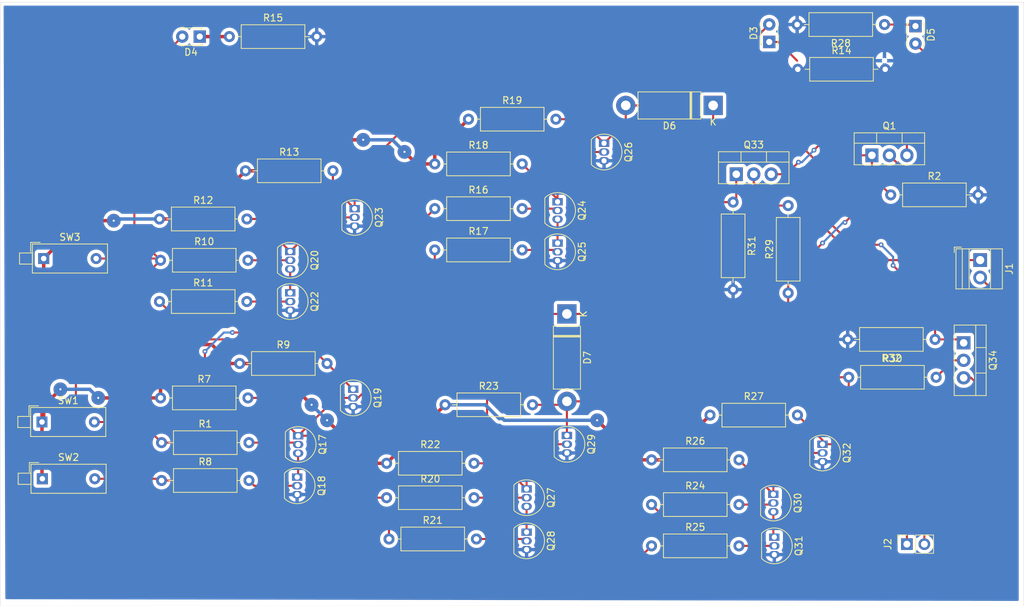
<source format=kicad_pcb>
(kicad_pcb (version 20240108) (generator "pcbnew") (generator_version "8.0")
  (layers (0 "F.Cu" signal) (31 "B.Cu" signal) (34 "B.Paste" user) (35 "F.Paste" user) (36 "B.SilkS" user "B.Silkscreen") (37 "F.SilkS" user "F.Silkscreen") (38 "B.Mask" user) (39 "F.Mask" user) (44 "Edge.Cuts" user))
  (net 0 "")
  (net 1 "VCC")
  (net 2 "GND")
  (net 3 "/SIGNAL_NOT_ALLOWED")
  (net 4 "Net-(D3-K)")
  (net 5 "/SIGNAL_POWER_BUTTON")
  (net 6 "Net-(D4-K)")
  (net 7 "Net-(D5-A)")
  (net 8 "Net-(D5-K)")
  (net 9 "/SIGNAL_MEASURING_AMPS")
  (net 10 "Net-(D6-K)")
  (net 11 "/SIGNAL_MEASURING_VOLTS")
  (net 12 "/NAND_OUTPUT")
  (net 13 "Net-(Q17-E)")
  (net 14 "Net-(Q17-B)")
  (net 15 "Net-(Q18-B)")
  (net 16 "/SIGNAL_DUAL-METER")
  (net 17 "Net-(Q20-B)")
  (net 18 "Net-(Q20-C)")
  (net 19 "Net-(Q20-E)")
  (net 20 "Net-(Q22-B)")
  (net 21 "Net-(Q24-E)")
  (net 22 "Net-(Q24-B)")
  (net 23 "Net-(Q24-C)")
  (net 24 "Net-(Q25-B)")
  (net 25 "Net-(Q27-C)")
  (net 26 "Net-(Q27-E)")
  (net 27 "Net-(Q27-B)")
  (net 28 "Net-(Q28-B)")
  (net 29 "Net-(Q30-E)")
  (net 30 "Net-(Q30-B)")
  (net 31 "Net-(Q30-C)")
  (net 32 "Net-(Q31-B)")
  (net 33 "Net-(Q33-D)")
  (net 34 "Net-(Q34-D)")
  (net 35 "/INPUT_NEGATIVE")
  (net 36 "/SIGNAL_AMMETER")
  (net 37 "/SIGNAL_VOLTMETER")
  (net 38 "/INPUT_POSITIVE")
  (net 39 "Net-(J1-Pin_1)")
  (footprint "Resistor_THT:R_Axial_DIN0309_L9.0mm_D3.2mm_P12.70mm_Horizontal" (layer "F.Cu") (at 163.3 88.5)
    (property "Reference" "R30" (at 6.35 -2.72 0) (layer "F.SilkS"))
    (property "Value" "1_Ohm")
    (pad "1" thru_hole circle (at 0 0) (size 1.6 1.6) (drill 0.8) (layers "*.Cu" "*.Mask") (net 38 "/INPUT_POSITIVE"))
    (pad "2" thru_hole oval (at 12.7 0) (size 1.6 1.6) (drill 0.8) (layers "*.Cu" "*.Mask") (net 34 "Net-(Q34-D)"))
  )
  (footprint "Package_TO_SOT_THT:TO-220-3_Vertical" (layer "F.Cu") (at 146.96 59)
    (property "Reference" "Q33" (at 2.54 -4.27 0) (layer "F.SilkS"))
    (property "Value" "IRLZ44N")
    (pad "1" thru_hole rect (at 0 0) (size 1.905 2) (drill 1.1) (layers "*.Cu" "*.Mask") (net 11 "/SIGNAL_MEASURING_VOLTS"))
    (pad "2" thru_hole oval (at 2.54 0) (size 1.905 2) (drill 1.1) (layers "*.Cu" "*.Mask") (net 33 "Net-(Q33-D)"))
    (pad "3" thru_hole oval (at 5.08 0) (size 1.905 2) (drill 1.1) (layers "*.Cu" "*.Mask") (net 39 "Net-(J1-Pin_1)"))
  )
  (footprint "Package_TO_SOT_THT:TO-92_Inline" (layer "F.Cu") (at 116.49 104.73 -90)
    (property "Reference" "Q27" (at 1.27 -3.56 90) (layer "F.SilkS"))
    (property "Value" "BC547")
    (pad "1" thru_hole rect (at 0 0 270) (size 1.05 1.5) (drill 0.75) (layers "*.Cu" "*.Mask") (net 25 "Net-(Q27-C)"))
    (pad "2" thru_hole oval (at 1.27 0 270) (size 1.05 1.5) (drill 0.75) (layers "*.Cu" "*.Mask") (net 27 "Net-(Q27-B)"))
    (pad "3" thru_hole oval (at 2.54 0 270) (size 1.05 1.5) (drill 0.75) (layers "*.Cu" "*.Mask") (net 26 "Net-(Q27-E)"))
  )
  (footprint "Resistor_THT:R_Axial_DIN0309_L9.0mm_D3.2mm_P12.70mm_Horizontal" (layer "F.Cu") (at 146.5 63.055 -90)
    (property "Reference" "R31" (at 6.35 -2.72 90) (layer "F.SilkS"))
    (property "Value" "5K")
    (pad "1" thru_hole circle (at 0 0 270) (size 1.6 1.6) (drill 0.8) (layers "*.Cu" "*.Mask") (net 11 "/SIGNAL_MEASURING_VOLTS"))
    (pad "2" thru_hole oval (at 12.7 0 270) (size 1.6 1.6) (drill 0.8) (layers "*.Cu" "*.Mask") (net 2 "GND"))
  )
  (footprint "Resistor_THT:R_Axial_DIN0309_L9.0mm_D3.2mm_P12.70mm_Horizontal" (layer "F.Cu") (at 96.5 112)
    (property "Reference" "R21" (at 6.35 -2.72 0) (layer "F.SilkS"))
    (property "Value" "10K")
    (pad "1" thru_hole circle (at 0 0) (size 1.6 1.6) (drill 0.8) (layers "*.Cu" "*.Mask") (net 12 "/NAND_OUTPUT"))
    (pad "2" thru_hole oval (at 12.7 0) (size 1.6 1.6) (drill 0.8) (layers "*.Cu" "*.Mask") (net 28 "Net-(Q28-B)"))
  )
  (footprint "TerminalBlock:TerminalBlock_Xinya_XY308-2.54-2P_1x02_P2.54mm_Horizontal" (layer "F.Cu") (at 182.4 71.475 -90)
    (property "Reference" "J1" (at 1.27 -4.22 90) (layer "F.SilkS"))
    (property "Value" "Screw_Terminal_01x02")
    (pad "1" thru_hole rect (at 0 0 270) (size 2 2) (drill 1.2) (layers "*.Cu" "*.Mask") (net 39 "Net-(J1-Pin_1)"))
    (pad "2" thru_hole circle (at 2.54 0 270) (size 2 2) (drill 1.2) (layers "*.Cu" "*.Mask") (net 35 "/INPUT_NEGATIVE"))
  )
  (footprint "Resistor_THT:R_Axial_DIN0309_L9.0mm_D3.2mm_P12.70mm_Horizontal" (layer "F.Cu") (at 134.65 113)
    (property "Reference" "R25" (at 6.35 -2.72 0) (layer "F.SilkS"))
    (property "Value" "10K")
    (pad "1" thru_hole circle (at 0 0) (size 1.6 1.6) (drill 0.8) (layers "*.Cu" "*.Mask") (net 10 "Net-(D6-K)"))
    (pad "2" thru_hole oval (at 12.7 0) (size 1.6 1.6) (drill 0.8) (layers "*.Cu" "*.Mask") (net 32 "Net-(Q31-B)"))
  )
  (footprint "Package_TO_SOT_THT:TO-92_Inline" (layer "F.Cu") (at 122.35 96.96 -90)
    (property "Reference" "Q29" (at 1.27 -3.56 90) (layer "F.SilkS"))
    (property "Value" "BC547")
    (pad "1" thru_hole rect (at 0 0 270) (size 1.05 1.5) (drill 0.75) (layers "*.Cu" "*.Mask") (net 11 "/SIGNAL_MEASURING_VOLTS"))
    (pad "2" thru_hole oval (at 1.27 0 270) (size 1.05 1.5) (drill 0.75) (layers "*.Cu" "*.Mask") (net 25 "Net-(Q27-C)"))
    (pad "3" thru_hole oval (at 2.54 0 270) (size 1.05 1.5) (drill 0.75) (layers "*.Cu" "*.Mask") (net 2 "GND"))
  )
  (footprint "Resistor_THT:R_Axial_DIN0309_L9.0mm_D3.2mm_P12.70mm_Horizontal" (layer "F.Cu") (at 103.15 57.5)
    (property "Reference" "R18" (at 6.35 -2.72 0) (layer "F.SilkS"))
    (property "Value" "1K")
    (pad "1" thru_hole circle (at 0 0) (size 1.6 1.6) (drill 0.8) (layers "*.Cu" "*.Mask") (net 1 "VCC"))
    (pad "2" thru_hole oval (at 12.7 0) (size 1.6 1.6) (drill 0.8) (layers "*.Cu" "*.Mask") (net 23 "Net-(Q24-C)"))
  )
  (footprint "Package_TO_SOT_THT:TO-220-3_Vertical" (layer "F.Cu") (at 180 83.5 -90)
    (property "Reference" "Q34" (at 2.54 -4.27 90) (layer "F.SilkS"))
    (property "Value" "IRLZ44N")
    (pad "1" thru_hole rect (at 0 0 270) (size 1.905 2) (drill 1.1) (layers "*.Cu" "*.Mask") (net 9 "/SIGNAL_MEASURING_AMPS"))
    (pad "2" thru_hole oval (at 2.54 0 270) (size 1.905 2) (drill 1.1) (layers "*.Cu" "*.Mask") (net 34 "Net-(Q34-D)"))
    (pad "3" thru_hole oval (at 5.08 0 270) (size 1.905 2) (drill 1.1) (layers "*.Cu" "*.Mask") (net 35 "/INPUT_NEGATIVE"))
  )
  (footprint "Package_TO_SOT_THT:TO-92_Inline" (layer "F.Cu") (at 83.29 97 -90)
    (property "Reference" "Q17" (at 1.27 -3.56 90) (layer "F.SilkS"))
    (property "Value" "BC547")
    (pad "1" thru_hole rect (at 0 0 270) (size 1.05 1.5) (drill 0.75) (layers "*.Cu" "*.Mask") (net 12 "/NAND_OUTPUT"))
    (pad "2" thru_hole oval (at 1.27 0 270) (size 1.05 1.5) (drill 0.75) (layers "*.Cu" "*.Mask") (net 14 "Net-(Q17-B)"))
    (pad "3" thru_hole oval (at 2.54 0 270) (size 1.05 1.5) (drill 0.75) (layers "*.Cu" "*.Mask") (net 13 "Net-(Q17-E)"))
  )
  (footprint "Resistor_THT:R_Axial_DIN0309_L9.0mm_D3.2mm_P12.70mm_Horizontal" (layer "F.Cu") (at 168.5 37.25 180)
    (property "Reference" "R28" (at 6.35 -2.72 0) (layer "F.SilkS"))
    (property "Value" "1K")
    (pad "1" thru_hole circle (at 0 0 180) (size 1.6 1.6) (drill 0.8) (layers "*.Cu" "*.Mask") (net 8 "Net-(D5-K)"))
    (pad "2" thru_hole oval (at 12.7 0 180) (size 1.6 1.6) (drill 0.8) (layers "*.Cu" "*.Mask") (net 2 "GND"))
  )
  (footprint "Package_TO_SOT_THT:TO-92_Inline" (layer "F.Cu") (at 127.75 54.5 -90)
    (property "Reference" "Q26" (at 1.27 -3.56 90) (layer "F.SilkS"))
    (property "Value" "BC547")
    (pad "1" thru_hole rect (at 0 0 270) (size 1.05 1.5) (drill 0.75) (layers "*.Cu" "*.Mask") (net 9 "/SIGNAL_MEASURING_AMPS"))
    (pad "2" thru_hole oval (at 1.27 0 270) (size 1.05 1.5) (drill 0.75) (layers "*.Cu" "*.Mask") (net 23 "Net-(Q24-C)"))
    (pad "3" thru_hole oval (at 2.54 0 270) (size 1.05 1.5) (drill 0.75) (layers "*.Cu" "*.Mask") (net 2 "GND"))
  )
  (footprint "Connector_PinSocket_2.54mm:PinSocket_1x02_P2.54mm_Vertical" (layer "F.Cu") (at 171.75 112.75 90)
    (property "Reference" "J2" (at 0 -2.77 90) (layer "F.SilkS"))
    (property "Value" "Conn_01x02_Socket")
    (pad "1" thru_hole rect (at 0 0 90) (size 1.7 1.7) (drill 1) (layers "*.Cu" "*.Mask") (net 38 "/INPUT_POSITIVE"))
    (pad "2" thru_hole oval (at 0 2.54 90) (size 1.7 1.7) (drill 1) (layers "*.Cu" "*.Mask") (net 35 "/INPUT_NEGATIVE"))
  )
  (footprint "Package_TO_SOT_THT:TO-220-3_Vertical" (layer "F.Cu") (at 166.67 56.25)
    (property "Reference" "Q1" (at 2.54 -4.27 0) (layer "F.SilkS"))
    (property "Value" "IRLZ44N")
    (pad "1" thru_hole rect (at 0 0) (size 1.905 2) (drill 1.1) (layers "*.Cu" "*.Mask") (net 9 "/SIGNAL_MEASURING_AMPS"))
    (pad "2" thru_hole oval (at 2.54 0) (size 1.905 2) (drill 1.1) (layers "*.Cu" "*.Mask") (net 38 "/INPUT_POSITIVE"))
    (pad "3" thru_hole oval (at 5.08 0) (size 1.905 2) (drill 1.1) (layers "*.Cu" "*.Mask") (net 39 "Net-(J1-Pin_1)"))
  )
  (footprint "Diode_THT:D_5W_P12.70mm_Horizontal" (layer "F.Cu") (at 143.6 49 180)
    (property "Reference" "D6" (at 6.35 -2.97 0) (layer "F.SilkS"))
    (property "Value" "1N4148WT")
    (fp_text user "K" (at 0 -2.4 0) (layer "F.SilkS"))
    (pad "1" thru_hole rect (at 0 0 180) (size 2.8 2.8) (drill 1.4) (layers "*.Cu" "*.Mask") (net 10 "Net-(D6-K)"))
    (pad "2" thru_hole oval (at 12.7 0 180) (size 2.8 2.8) (drill 1.4) (layers "*.Cu" "*.Mask") (net 9 "/SIGNAL_MEASURING_AMPS"))
  )
  (footprint "Package_TO_SOT_THT:TO-92_Inline" (layer "F.Cu") (at 120.99 63 -90)
    (property "Reference" "Q24" (at 1.27 -3.56 90) (layer "F.SilkS"))
    (property "Value" "BC547")
    (pad "1" thru_hole rect (at 0 0 270) (size 1.05 1.5) (drill 0.75) (layers "*.Cu" "*.Mask") (net 23 "Net-(Q24-C)"))
    (pad "2" thru_hole oval (at 1.27 0 270) (size 1.05 1.5) (drill 0.75) (layers "*.Cu" "*.Mask") (net 22 "Net-(Q24-B)"))
    (pad "3" thru_hole oval (at 2.54 0 270) (size 1.05 1.5) (drill 0.75) (layers "*.Cu" "*.Mask") (net 21 "Net-(Q24-E)"))
  )
  (footprint "Package_TO_SOT_THT:TO-92_Inline" (layer "F.Cu") (at 152.49 111.73 -90)
    (property "Reference" "Q31" (at 1.27 -3.56 90) (layer "F.SilkS"))
    (property "Value" "BC547")
    (pad "1" thru_hole rect (at 0 0 270) (size 1.05 1.5) (drill 0.75) (layers "*.Cu" "*.Mask") (net 29 "Net-(Q30-E)"))
    (pad "2" thru_hole oval (at 1.27 0 270) (size 1.05 1.5) (drill 0.75) (layers "*.Cu" "*.Mask") (net 32 "Net-(Q31-B)"))
    (pad "3" thru_hole oval (at 2.54 0 270) (size 1.05 1.5) (drill 0.75) (layers "*.Cu" "*.Mask") (net 2 "GND"))
  )
  (footprint "Package_TO_SOT_THT:TO-92_Inline" (layer "F.Cu") (at 120.99 69 -90)
    (property "Reference" "Q25" (at 1.27 -3.56 90) (layer "F.SilkS"))
    (property "Value" "BC547")
    (pad "1" thru_hole rect (at 0 0 270) (size 1.05 1.5) (drill 0.75) (layers "*.Cu" "*.Mask") (net 21 "Net-(Q24-E)"))
    (pad "2" thru_hole oval (at 1.27 0 270) (size 1.05 1.5) (drill 0.75) (layers "*.Cu" "*.Mask") (net 24 "Net-(Q25-B)"))
    (pad "3" thru_hole oval (at 2.54 0 270) (size 1.05 1.5) (drill 0.75) (layers "*.Cu" "*.Mask") (net 2 "GND"))
  )
  (footprint "Package_TO_SOT_THT:TO-92_Inline" (layer "F.Cu") (at 82.14 70.23 -90)
    (property "Reference" "Q20" (at 1.27 -3.56 90) (layer "F.SilkS"))
    (property "Value" "BC547")
    (pad "1" thru_hole rect (at 0 0 270) (size 1.05 1.5) (drill 0.75) (layers "*.Cu" "*.Mask") (net 18 "Net-(Q20-C)"))
    (pad "2" thru_hole oval (at 1.27 0 270) (size 1.05 1.5) (drill 0.75) (layers "*.Cu" "*.Mask") (net 17 "Net-(Q20-B)"))
    (pad "3" thru_hole oval (at 2.54 0 270) (size 1.05 1.5) (drill 0.75) (layers "*.Cu" "*.Mask") (net 19 "Net-(Q20-E)"))
  )
  (footprint "Resistor_THT:R_Axial_DIN0309_L9.0mm_D3.2mm_P12.70mm_Horizontal" (layer "F.Cu") (at 63.15 77.5)
    (property "Reference" "R11" (at 6.35 -2.72 0) (layer "F.SilkS"))
    (property "Value" "10K")
    (pad "1" thru_hole circle (at 0 0) (size 1.6 1.6) (drill 0.8) (layers "*.Cu" "*.Mask") (net 16 "/SIGNAL_DUAL-METER"))
    (pad "2" thru_hole oval (at 12.7 0) (size 1.6 1.6) (drill 0.8) (layers "*.Cu" "*.Mask") (net 20 "Net-(Q22-B)"))
  )
  (footprint "Package_TO_SOT_THT:TO-92_Inline" (layer "F.Cu") (at 91.29 90.23 -90)
    (property "Reference" "Q19" (at 1.27 -3.56 90) (layer "F.SilkS"))
    (property "Value" "BC547")
    (pad "1" thru_hole rect (at 0 0 270) (size 1.05 1.5) (drill 0.75) (layers "*.Cu" "*.Mask") (net 16 "/SIGNAL_DUAL-METER"))
    (pad "2" thru_hole oval (at 1.27 0 270) (size 1.05 1.5) (drill 0.75) (layers "*.Cu" "*.Mask") (net 12 "/NAND_OUTPUT"))
    (pad "3" thru_hole oval (at 2.54 0 270) (size 1.05 1.5) (drill 0.75) (layers "*.Cu" "*.Mask") (net 2 "GND"))
  )
  (footprint "Resistor_THT:R_Axial_DIN0309_L9.0mm_D3.2mm_P12.70mm_Horizontal" (layer "F.Cu") (at 75.65 58.5)
    (property "Reference" "R13" (at 6.35 -2.72 0) (layer "F.SilkS"))
    (property "Value" "1K")
    (pad "1" thru_hole circle (at 0 0) (size 1.6 1.6) (drill 0.8) (layers "*.Cu" "*.Mask") (net 1 "VCC"))
    (pad "2" thru_hole oval (at 12.7 0) (size 1.6 1.6) (drill 0.8) (layers "*.Cu" "*.Mask") (net 3 "/SIGNAL_NOT_ALLOWED"))
  )
  (footprint "Resistor_THT:R_Axial_DIN0309_L9.0mm_D3.2mm_P12.70mm_Horizontal" (layer "F.Cu") (at 104.65 92.5)
    (property "Reference" "R23" (at 6.35 -2.72 0) (layer "F.SilkS"))
    (property "Value" "1K")
    (pad "1" thru_hole circle (at 0 0) (size 1.6 1.6) (drill 0.8) (layers "*.Cu" "*.Mask") (net 1 "VCC"))
    (pad "2" thru_hole oval (at 12.7 0) (size 1.6 1.6) (drill 0.8) (layers "*.Cu" "*.Mask") (net 11 "/SIGNAL_MEASURING_VOLTS"))
  )
  (footprint "Resistor_THT:R_Axial_DIN0309_L9.0mm_D3.2mm_P12.70mm_Horizontal" (layer "F.Cu") (at 63.15 65.5)
    (property "Reference" "R12" (at 6.35 -2.72 0) (layer "F.SilkS"))
    (property "Value" "1K")
    (pad "1" thru_hole circle (at 0 0) (size 1.6 1.6) (drill 0.8) (layers "*.Cu" "*.Mask") (net 1 "VCC"))
    (pad "2" thru_hole oval (at 12.7 0) (size 1.6 1.6) (drill 0.8) (layers "*.Cu" "*.Mask") (net 18 "Net-(Q20-C)"))
  )
  (footprint "Package_TO_SOT_THT:TO-92_Inline" (layer "F.Cu") (at 152.35 105.5 -90)
    (property "Reference" "Q30" (at 1.27 -3.56 90) (layer "F.SilkS"))
    (property "Value" "BC547")
    (pad "1" thru_hole rect (at 0 0 270) (size 1.05 1.5) (drill 0.75) (layers "*.Cu" "*.Mask") (net 31 "Net-(Q30-C)"))
    (pad "2" thru_hole oval (at 1.27 0 270) (size 1.05 1.5) (drill 0.75) (layers "*.Cu" "*.Mask") (net 30 "Net-(Q30-B)"))
    (pad "3" thru_hole oval (at 2.54 0 270) (size 1.05 1.5) (drill 0.75) (layers "*.Cu" "*.Mask") (net 29 "Net-(Q30-E)"))
  )
  (footprint "Package_TO_SOT_THT:TO-92_Inline" (layer "F.Cu") (at 83.15 103 -90)
    (property "Reference" "Q18" (at 1.27 -3.56 90) (layer "F.SilkS"))
    (property "Value" "BC547")
    (pad "1" thru_hole rect (at 0 0 270) (size 1.05 1.5) (drill 0.75) (layers "*.Cu" "*.Mask") (net 13 "Net-(Q17-E)"))
    (pad "2" thru_hole oval (at 1.27 0 270) (size 1.05 1.5) (drill 0.75) (layers "*.Cu" "*.Mask") (net 15 "Net-(Q18-B)"))
    (pad "3" thru_hole oval (at 2.54 0 270) (size 1.05 1.5) (drill 0.75) (layers "*.Cu" "*.Mask") (net 2 "GND"))
  )
  (footprint "Resistor_THT:R_Axial_DIN0309_L9.0mm_D3.2mm_P12.70mm_Horizontal" (layer "F.Cu") (at 103.15 64)
    (property "Reference" "R16" (at 6.35 -2.72 0) (layer "F.SilkS"))
    (property "Value" "10K")
    (pad "1" thru_hole circle (at 0 0) (size 1.6 1.6) (drill 0.8) (layers "*.Cu" "*.Mask") (net 36 "/SIGNAL_AMMETER"))
    (pad "2" thru_hole oval (at 12.7 0) (size 1.6 1.6) (drill 0.8) (layers "*.Cu" "*.Mask") (net 22 "Net-(Q24-B)"))
  )
  (footprint "Resistor_THT:R_Axial_DIN0309_L9.0mm_D3.2mm_P12.70mm_Horizontal" (layer "F.Cu") (at 134.65 100.5)
    (property "Reference" "R26" (at 6.35 -2.72 0) (layer "F.SilkS"))
    (property "Value" "1K")
    (pad "1" thru_hole circle (at 0 0) (size 1.6 1.6) (drill 0.8) (layers "*.Cu" "*.Mask") (net 1 "VCC"))
    (pad "2" thru_hole oval (at 12.7 0) (size 1.6 1.6) (drill 0.8) (layers "*.Cu" "*.Mask") (net 31 "Net-(Q30-C)"))
  )
  (footprint "Package_TO_SOT_THT:TO-92_Inline" (layer "F.Cu") (at 82.14 76.23 -90)
    (property "Reference" "Q22" (at 1.27 -3.56 90) (layer "F.SilkS"))
    (property "Value" "BC547")
    (pad "1" thru_hole rect (at 0 0 270) (size 1.05 1.5) (drill 0.75) (layers "*.Cu" "*.Mask") (net 19 "Net-(Q20-E)"))
    (pad "2" thru_hole oval (at 1.27 0 270) (size 1.05 1.5) (drill 0.75) (layers "*.Cu" "*.Mask") (net 20 "Net-(Q22-B)"))
    (pad "3" thru_hole oval (at 2.54 0 270) (size 1.05 1.5) (drill 0.75) (layers "*.Cu" "*.Mask") (net 2 "GND"))
  )
  (footprint "Resistor_THT:R_Axial_DIN0309_L9.0mm_D3.2mm_P12.70mm_Horizontal" (layer "F.Cu") (at 63.3 71.5)
    (property "Reference" "R10" (at 6.35 -2.72 0) (layer "F.SilkS"))
    (property "Value" "10K")
    (pad "1" thru_hole circle (at 0 0) (size 1.6 1.6) (drill 0.8) (layers "*.Cu" "*.Mask") (net 5 "/SIGNAL_POWER_BUTTON"))
    (pad "2" thru_hole oval (at 12.7 0) (size 1.6 1.6) (drill 0.8) (layers "*.Cu" "*.Mask") (net 17 "Net-(Q20-B)"))
  )
  (footprint "Resistor_THT:R_Axial_DIN0309_L9.0mm_D3.2mm_P12.70mm_Horizontal" (layer "F.Cu") (at 169.4 62)
    (property "Reference" "R2" (at 6.35 -2.72 0) (layer "F.SilkS"))
    (property "Value" "5K")
    (pad "1" thru_hole circle (at 0 0) (size 1.6 1.6) (drill 0.8) (layers "*.Cu" "*.Mask") (net 9 "/SIGNAL_MEASURING_AMPS"))
    (pad "2" thru_hole oval (at 12.7 0) (size 1.6 1.6) (drill 0.8) (layers "*.Cu" "*.Mask") (net 2 "GND"))
  )
  (footprint "Resistor_THT:R_Axial_DIN0309_L9.0mm_D3.2mm_P12.70mm_Horizontal" (layer "F.Cu") (at 134.65 107)
    (property "Reference" "R24" (at 6.35 -2.72 0) (layer "F.SilkS"))
    (property "Value" "10K")
    (pad "1" thru_hole circle (at 0 0) (size 1.6 1.6) (drill 0.8) (layers "*.Cu" "*.Mask") (net 5 "/SIGNAL_POWER_BUTTON"))
    (pad "2" thru_hole oval (at 12.7 0) (size 1.6 1.6) (drill 0.8) (layers "*.Cu" "*.Mask") (net 30 "Net-(Q30-B)"))
  )
  (footprint "Resistor_THT:R_Axial_DIN0309_L9.0mm_D3.2mm_P12.70mm_Horizontal" (layer "F.Cu") (at 63.45 103.5)
    (property "Reference" "R8" (at 6.35 -2.72 0) (layer "F.SilkS"))
    (property "Value" "10K")
    (pad "1" thru_hole circle (at 0 0) (size 1.6 1.6) (drill 0.8) (layers "*.Cu" "*.Mask") (net 37 "/SIGNAL_VOLTMETER"))
    (pad "2" thru_hole oval (at 12.7 0) (size 1.6 1.6) (drill 0.8) (layers "*.Cu" "*.Mask") (net 15 "Net-(Q18-B)"))
  )
  (footprint "Package_TO_SOT_THT:TO-92_Inline" (layer "F.Cu") (at 116.49 111 -90)
    (property "Reference" "Q28" (at 1.27 -3.56 90) (layer "F.SilkS"))
    (property "Value" "BC547")
    (pad "1" thru_hole rect (at 0 0 270) (size 1.05 1.5) (drill 0.75) (layers "*.Cu" "*.Mask") (net 26 "Net-(Q27-E)"))
    (pad "2" thru_hole oval (at 1.27 0 270) (size 1.05 1.5) (drill 0.75) (layers "*.Cu" "*.Mask") (net 28 "Net-(Q28-B)"))
    (pad "3" thru_hole oval (at 2.54 0 270) (size 1.05 1.5) (drill 0.75) (layers "*.Cu" "*.Mask") (net 2 "GND"))
  )
  (footprint "Button_Switch_THT:SW_DIP_SPSTx01_Piano_10.8x4.1mm_W7.62mm_P2.54mm" (layer "F.Cu") (at 46.325 71.25)
    (property "Reference" "SW3" (at 3.81 -3.11 0) (layer "F.SilkS"))
    (property "Value" "SW_DPST_x2")
    (pad "1" thru_hole rect (at 0 0) (size 1.6 1.6) (drill 0.8) (layers "*.Cu" "*.Mask") (net 1 "VCC"))
    (pad "2" thru_hole oval (at 7.62 0) (size 1.6 1.6) (drill 0.8) (layers "*.Cu" "*.Mask") (net 5 "/SIGNAL_POWER_BUTTON"))
  )
  (footprint "Resistor_THT:R_Axial_DIN0309_L9.0mm_D3.2mm_P12.70mm_Horizontal" (layer "F.Cu") (at 96.15 101)
    (property "Reference" "R22" (at 6.35 -2.72 0) (layer "F.SilkS"))
    (property "Value" "1K")
    (pad "1" thru_hole circle (at 0 0) (size 1.6 1.6) (drill 0.8) (layers "*.Cu" "*.Mask") (net 1 "VCC"))
    (pad "2" thru_hole oval (at 12.7 0) (size 1.6 1.6) (drill 0.8) (layers "*.Cu" "*.Mask") (net 25 "Net-(Q27-C)"))
  )
  (footprint "LED_THT:LED_D1.8mm_W3.3mm_H2.4mm" (layer "F.Cu") (at 151.75 39.775 90)
    (property "Reference" "D3" (at 1.27 -2.26 90) (layer "F.SilkS"))
    (property "Value" "RED - LED")
    (pad "1" thru_hole rect (at 0 0 90) (size 1.8 1.8) (drill 0.9) (layers "*.Cu" "*.Mask") (net 4 "Net-(D3-K)"))
    (pad "2" thru_hole circle (at 2.54 0 90) (size 1.8 1.8) (drill 0.9) (layers "*.Cu" "*.Mask") (net 3 "/SIGNAL_NOT_ALLOWED"))
  )
  (footprint "Button_Switch_THT:SW_DIP_SPSTx01_Piano_10.8x4.1mm_W7.62mm_P2.54mm" (layer "F.Cu") (at 46.075 95)
    (property "Reference" "SW1" (at 3.81 -3.11 0) (layer "F.SilkS"))
    (property "Value" "SW_DPST_x2")
    (pad "1" thru_hole rect (at 0 0) (size 1.6 1.6) (drill 0.8) (layers "*.Cu" "*.Mask") (net 1 "VCC"))
    (pad "2" thru_hole oval (at 7.62 0) (size 1.6 1.6) (drill 0.8) (layers "*.Cu" "*.Mask") (net 36 "/SIGNAL_AMMETER"))
  )
  (footprint "Diode_THT:D_5W_P12.70mm_Horizontal" (layer "F.Cu") (at 122.35 79.3 -90)
    (property "Reference" "D7" (at 6.35 -2.97 90) (layer "F.SilkS"))
    (property "Value" "1N4148WT")
    (fp_text user "K" (at 0 -2.4 90) (layer "F.SilkS"))
    (pad "1" thru_hole rect (at 0 0 270) (size 2.8 2.8) (drill 1.4) (layers "*.Cu" "*.Mask") (net 10 "Net-(D6-K)"))
    (pad "2" thru_hole oval (at 12.7 0 270) (size 2.8 2.8) (drill 1.4) (layers "*.Cu" "*.Mask") (net 11 "/SIGNAL_MEASURING_VOLTS"))
  )
  (footprint "Resistor_THT:R_Axial_DIN0309_L9.0mm_D3.2mm_P12.70mm_Horizontal" (layer "F.Cu") (at 154.5 76.255 90)
    (property "Reference" "R29" (at 6.35 -2.72 90) (layer "F.SilkS"))
    (property "Value" "5K")
    (pad "1" thru_hole circle (at 0 0 90) (size 1.6 1.6) (drill 0.8) (layers "*.Cu" "*.Mask") (net 38 "/INPUT_POSITIVE"))
    (pad "2" thru_hole oval (at 12.7 0 90) (size 1.6 1.6) (drill 0.8) (layers "*.Cu" "*.Mask") (net 33 "Net-(Q33-D)"))
  )
  (footprint "Resistor_THT:R_Axial_DIN0309_L9.0mm_D3.2mm_P12.70mm_Horizontal" (layer "F.Cu") (at 143.15 94)
    (property "Reference" "R27" (at 6.35 -2.72 0) (layer "F.SilkS"))
    (property "Value" "1K")
    (pad "1" thru_hole circle (at 0 0) (size 1.6 1.6) (drill 0.8) (layers "*.Cu" "*.Mask") (net 1 "VCC"))
    (pad "2" thru_hole oval (at 12.7 0) (size 1.6 1.6) (drill 0.8) (layers "*.Cu" "*.Mask") (net 7 "Net-(D5-A)"))
  )
  (footprint "Resistor_THT:R_Axial_DIN0309_L9.0mm_D3.2mm_P12.70mm_Horizontal" (layer "F.Cu") (at 103.15 70)
    (property "Reference" "R17" (at 6.35 -2.72 0) (layer "F.SilkS"))
    (property "Value" "10K")
    (pad "1" thru_hole circle (at 0 0) (size 1.6 1.6) (drill 0.8) (layers "*.Cu" "*.Mask") (net 12 "/NAND_OUTPUT"))
    (pad "2" thru_hole oval (at 12.7 0) (size 1.6 1.6) (drill 0.8) (layers "*.Cu" "*.Mask") (net 24 "Net-(Q25-B)"))
  )
  (footprint "Resistor_THT:R_Axial_DIN0309_L9.0mm_D3.2mm_P12.70mm_Horizontal" (layer "F.Cu") (at 175.85 83 180)
    (property "Reference" "R32" (at 6.35 -2.72 0) (layer "F.SilkS"))
    (property "Value" "5K")
    (pad "1" thru_hole circle (at 0 0 180) (size 1.6 1.6) (drill 0.8) (layers "*.Cu" "*.Mask") (net 9 "/SIGNAL_MEASURING_AMPS"))
    (pad "2" thru_hole oval (at 12.7 0 180) (size 1.6 1.6) (drill 0.8) (layers "*.Cu" "*.Mask") (net 2 "GND"))
  )
  (footprint "Package_TO_SOT_THT:TO-92_Inline" (layer "F.Cu") (at 159.49 98.23 -90)
    (property "Reference" "Q32" (at 1.27 -3.56 90) (layer "F.SilkS"))
    (property "Value" "BC547")
    (pad "1" thru_hole rect (at 0 0 270) (size 1.05 1.5) (drill 0.75) (layers "*.Cu" "*.Mask") (net 7 "Net-(D5-A)"))
    (pad "2" thru_hole oval (at 1.27 0 270) (size 1.05 1.5) (drill 0.75) (layers "*.Cu" "*.Mask") (net 31 "Net-(Q30-C)"))
    (pad "3" thru_hole oval (at 2.54 0 270) (size 1.05 1.5) (drill 0.75) (layers "*.Cu" "*.Mask") (net 2 "GND"))
  )
  (footprint "Resistor_THT:R_Axial_DIN0309_L9.0mm_D3.2mm_P12.70mm_Horizontal" (layer "F.Cu") (at 96.15 106)
    (property "Reference" "R20" (at 6.35 -2.72 0) (layer "F.SilkS"))
    (property "Value" "10K")
    (pad "1" thru_hole circle (at 0 0) (size 1.6 1.6) (drill 0.8) (layers "*.Cu" "*.Mask") (net 37 "/SIGNAL_VOLTMETER"))
    (pad "2" thru_hole oval (at 12.7 0) (size 1.6 1.6) (drill 0.8) (layers "*.Cu" "*.Mask") (net 27 "Net-(Q27-B)"))
  )
  (footprint "Resistor_THT:R_Axial_DIN0309_L9.0mm_D3.2mm_P12.70mm_Horizontal" (layer "F.Cu") (at 63.45 98)
    (property "Reference" "R1" (at 6.35 -2.72 0) (layer "F.SilkS"))
    (property "Value" "10K")
    (pad "1" thru_hole circle (at 0 0) (size 1.6 1.6) (drill 0.8) (layers "*.Cu" "*.Mask") (net 36 "/SIGNAL_AMMETER"))
    (pad "2" thru_hole oval (at 12.7 0) (size 1.6 1.6) (drill 0.8) (layers "*.Cu" "*.Mask") (net 14 "Net-(Q17-B)"))
  )
  (footprint "LED_THT:LED_D1.8mm_W3.3mm_H2.4mm" (layer "F.Cu") (at 173 37.475 -90)
    (property "Reference" "D5" (at 1.27 -2.26 90) (layer "F.SilkS"))
    (property "Value" "WHITE- LED")
    (pad "1" thru_hole rect (at 0 0 270) (size 1.8 1.8) (drill 0.9) (layers "*.Cu" "*.Mask") (net 8 "Net-(D5-K)"))
    (pad "2" thru_hole circle (at 2.54 0 270) (size 1.8 1.8) (drill 0.9) (layers "*.Cu" "*.Mask") (net 7 "Net-(D5-A)"))
  )
  (footprint "Resistor_THT:R_Axial_DIN0309_L9.0mm_D3.2mm_P12.70mm_Horizontal" (layer "F.Cu") (at 74.8 86.5)
    (property "Reference" "R9" (at 6.35 -2.72 0) (layer "F.SilkS"))
    (property "Value" "1K")
    (pad "1" thru_hole circle (at 0 0) (size 1.6 1.6) (drill 0.8) (layers "*.Cu" "*.Mask") (net 1 "VCC"))
    (pad "2" thru_hole oval (at 12.7 0) (size 1.6 1.6) (drill 0.8) (layers "*.Cu" "*.Mask") (net 16 "/SIGNAL_DUAL-METER"))
  )
  (footprint "Button_Switch_THT:SW_DIP_SPSTx01_Piano_10.8x4.1mm_W7.62mm_P2.54mm" (layer "F.Cu") (at 46.13 103.25)
    (property "Reference" "SW2" (at 3.81 -3.11 0) (layer "F.SilkS"))
    (property "Value" "SW_DPST_x2")
    (pad "1" thru_hole rect (at 0 0) (size 1.6 1.6) (drill 0.8) (layers "*.Cu" "*.Mask") (net 1 "VCC"))
    (pad "2" thru_hole oval (at 7.62 0) (size 1.6 1.6) (drill 0.8) (layers "*.Cu" "*.Mask") (net 37 "/SIGNAL_VOLTMETER"))
  )
  (footprint "Resistor_THT:R_Axial_DIN0309_L9.0mm_D3.2mm_P12.70mm_Horizontal" (layer "F.Cu") (at 155.9 43.75)
    (property "Reference" "R14" (at 6.35 -2.72 0) (layer "F.SilkS"))
    (property "Value" "1K")
    (pad "1" thru_hole circle (at 0 0) (size 1.6 1.6) (drill 0.8) (layers "*.Cu" "*.Mask") (net 4 "Net-(D3-K)"))
    (pad "2" thru_hole oval (at 12.7 0) (size 1.6 1.6) (drill 0.8) (layers "*.Cu" "*.Mask") (net 2 "GND"))
  )
  (footprint "Resistor_THT:R_Axial_DIN0309_L9.0mm_D3.2mm_P12.70mm_Horizontal" (layer "F.Cu") (at 63.3 91.5)
    (property "Reference" "R7" (at 6.35 -2.72 0) (layer "F.SilkS"))
    (property "Value" "1K")
    (pad "1" thru_hole circle (at 0 0) (size 1.6 1.6) (drill 0.8) (layers "*.Cu" "*.Mask") (net 1 "VCC"))
    (pad "2" thru_hole oval (at 12.7 0) (size 1.6 1.6) (drill 0.8) (layers "*.Cu" "*.Mask") (net 12 "/NAND_OUTPUT"))
  )
  (footprint "Resistor_THT:R_Axial_DIN0309_L9.0mm_D3.2mm_P12.70mm_Horizontal" (layer "F.Cu") (at 108.05 51)
    (property "Reference" "R19" (at 6.35 -2.72 0) (layer "F.SilkS"))
    (property "Value" "1K")
    (pad "1" thru_hole circle (at 0 0) (size 1.6 1.6) (drill 0.8) (layers "*.Cu" "*.Mask") (net 1 "VCC"))
    (pad "2" thru_hole oval (at 12.7 0) (size 1.6 1.6) (drill 0.8) (layers "*.Cu" "*.Mask") (net 9 "/SIGNAL_MEASURING_AMPS"))
  )
  (footprint "LED_THT:LED_D1.8mm_W3.3mm_H2.4mm" (layer "F.Cu") (at 69 39 180)
    (property "Reference" "D4" (at 1.27 -2.26 0) (layer "F.SilkS"))
    (property "Value" "GREEN - LED")
    (pad "1" thru_hole rect (at 0 0 180) (size 1.8 1.8) (drill 0.9) (layers "*.Cu" "*.Mask") (net 6 "Net-(D4-K)"))
    (pad "2" thru_hole circle (at 2.54 0 180) (size 1.8 1.8) (drill 0.9) (layers "*.Cu" "*.Mask") (net 5 "/SIGNAL_POWER_BUTTON"))
  )
  (footprint "Package_TO_SOT_THT:TO-92_Inline" (layer "F.Cu") (at 91.5 64 -90)
    (property "Reference" "Q23" (at 1.27 -3.56 90) (layer "F.SilkS"))
    (property "Value" "BC547")
    (pad "1" thru_hole rect (at 0 0 270) (size 1.05 1.5) (drill 0.75) (layers "*.Cu" "*.Mask") (net 3 "/SIGNAL_NOT_ALLOWED"))
    (pad "2" thru_hole oval (at 1.27 0 270) (size 1.05 1.5) (drill 0.75) (layers "*.Cu" "*.Mask") (net 18 "Net-(Q20-C)"))
    (pad "3" thru_hole oval (at 2.54 0 270) (size 1.05 1.5) (drill 0.75) (layers "*.Cu" "*.Mask") (net 2 "GND"))
  )
  (footprint "Resistor_THT:R_Axial_DIN0309_L9.0mm_D3.2mm_P12.70mm_Horizontal" (layer "F.Cu") (at 73.3 39)
    (property "Reference" "R15" (at 6.35 -2.72 0) (layer "F.SilkS"))
    (property "Value" "1K")
    (pad "1" thru_hole circle (at 0 0) (size 1.6 1.6) (drill 0.8) (layers "*.Cu" "*.Mask") (net 6 "Net-(D4-K)"))
    (pad "2" thru_hole oval (at 12.7 0) (size 1.6 1.6) (drill 0.8) (layers "*.Cu" "*.Mask") (net 2 "GND"))
  )
  (gr_rect (start 40 34) (end 188.75 121.75) (stroke (width 0.05)) (fill none) (layer "Edge.Cuts"))
  (segment (start 136.65 100.5) (end 143.15 94) (width 0.5) (layer "F.Cu") (net 1))
  (segment (start 63.3 88.7) (end 68.25 83.75) (width 0.5) (layer "F.Cu") (net 1))
  (segment (start 98.75 55.75) (end 100.5 57.5) (width 0.5) (layer "F.Cu") (net 1))
  (segment (start 63.15 65.5) (end 68.65 65.5) (width 0.5) (layer "F.Cu") (net 1))
  (segment (start 80.5 58.5) (end 85 54) (width 0.5) (layer "F.Cu") (net 1))
  (segment (start 79.25 86.5) (end 85.25 92.5) (width 0.5) (layer "F.Cu") (net 1))
  (segment (start 46.325 94.75) (end 46.075 95) (width 0.5) (layer "F.Cu") (net 1))
  (segment (start 46.075 95) (end 46.075 92.925) (width 0.5) (layer "F.Cu") (net 1))
  (segment (start 93.75 101) (end 96.15 101) (width 0.5) (layer "F.Cu") (net 1))
  (segment (start 46.075 95) (end 46.075 103.195) (width 0.5) (layer "F.Cu") (net 1))
  (segment (start 46.075 92.925) (end 48.75 90.25) (width 0.5) (layer "F.Cu") (net 1))
  (segment (start 46.325 71.25) (end 50.575 67) (width 0.5) (layer "F.Cu") (net 1))
  (segment (start 73.5 86.5) (end 74.8 86.5) (width 0.5) (layer "F.Cu") (net 1))
  (segment (start 126.75 94.75) (end 132.5 100.5) (width 0.5) (layer "F.Cu") (net 1))
  (segment (start 68.25 83.75) (end 70.75 83.75) (width 0.5) (layer "F.Cu") (net 1))
  (segment (start 100.5 57.5) (end 103.15 57.5) (width 0.5) (layer "F.Cu") (net 1))
  (segment (start 96.15 101) (end 104.65 92.5) (width 0.5) (layer "F.Cu") (net 1))
  (segment (start 70.75 83.75) (end 73.5 86.5) (width 0.5) (layer "F.Cu") (net 1))
  (segment (start 103.15 57.5) (end 103.15 55.9) (width 0.5) (layer "F.Cu") (net 1))
  (segment (start 75.65 58.5) (end 80.5 58.5) (width 0.5) (layer "F.Cu") (net 1))
  (segment (start 87.5 94.75) (end 93.75 101) (width 0.5) (layer "F.Cu") (net 1))
  (segment (start 54.25 91.5) (end 63.3 91.5) (width 0.5) (layer "F.Cu") (net 1))
  (segment (start 50.575 67) (end 51 67) (width 0.5) (layer "F.Cu") (net 1))
  (segment (start 85 54) (end 92.75 54) (width 0.5) (layer "F.Cu") (net 1))
  (segment (start 63.3 91.5) (end 63.3 88.7) (width 0.5) (layer "F.Cu") (net 1))
  (segment (start 103.15 55.9) (end 108.05 51) (width 0.5) (layer "F.Cu") (net 1))
  (segment (start 134.65 100.5) (end 136.65 100.5) (width 0.5) (layer "F.Cu") (net 1))
  (segment (start 68.65 65.5) (end 75.65 58.5) (width 0.5) (layer "F.Cu") (net 1))
  (segment (start 51 67) (end 52.25 65.75) (width 0.5) (layer "F.Cu") (net 1))
  (segment (start 74.8 86.5) (end 79.25 86.5) (width 0.5) (layer "F.Cu") (net 1))
  (segment (start 46.325 71.25) (end 46.325 94.75) (width 0.5) (layer "F.Cu") (net 1))
  (segment (start 132.5 100.5) (end 134.65 100.5) (width 0.5) (layer "F.Cu") (net 1))
  (segment (start 46.075 103.195) (end 46.13 103.25) (width 0.5) (layer "F.Cu") (net 1))
  (segment (start 52.25 65.75) (end 56.5 65.75) (width 0.5) (layer "F.Cu") (net 1))
  (via (at 98.75 55.75) (size 2) (drill 0.3) (layers "F.Cu" "B.Cu") (net 1))
  (via (at 48.75 90.25) (size 2) (drill 0.3) (layers "F.Cu" "B.Cu") (net 1))
  (via (at 87.5 94.75) (size 2) (drill 0.3) (layers "F.Cu" "B.Cu") (net 1))
  (via (at 126.75 94.75) (size 2) (drill 0.3) (layers "F.Cu" "B.Cu") (net 1))
  (via (at 85.25 92.5) (size 2) (drill 0.3) (layers "F.Cu" "B.Cu") (net 1))
  (via (at 92.75 54) (size 2) (drill 0.3) (layers "F.Cu" "B.Cu") (net 1))
  (via (at 56.5 65.75) (size 2) (drill 0.3) (layers "F.Cu" "B.Cu") (net 1))
  (via (at 54.25 91.5) (size 2) (drill 0.3) (layers "F.Cu" "B.Cu") (net 1))
  (segment (start 85.25 92.5) (end 87.5 94.75) (width 0.5) (layer "B.Cu") (net 1))
  (segment (start 97 54) (end 98.75 55.75) (width 0.5) (layer "B.Cu") (net 1))
  (segment (start 113.25 94.75) (end 126.75 94.75) (width 0.5) (layer "B.Cu") (net 1))
  (segment (start 48.75 90.25) (end 53 90.25) (width 0.5) (layer "B.Cu") (net 1))
  (segment (start 110.5 92.5) (end 112.5 94.5) (width 0.5) (layer "B.Cu") (net 1))
  (segment (start 104.65 92.5) (end 110.5 92.5) (width 0.5) (layer "B.Cu") (net 1))
  (segment (start 113 94.5) (end 113.25 94.75) (width 0.5) (layer "B.Cu") (net 1))
  (segment (start 92.75 54) (end 97 54) (width 0.5) (layer "B.Cu") (net 1))
  (segment (start 53 90.25) (end 54.25 91.5) (width 0.5) (layer "B.Cu") (net 1))
  (segment (start 56.5 65.75) (end 56.75 65.5) (width 0.5) (layer "B.Cu") (net 1))
  (segment (start 112.5 94.5) (end 113 94.5) (width 0.5) (layer "B.Cu") (net 1))
  (segment (start 56.75 65.5) (end 63.15 65.5) (width 0.5) (layer "B.Cu") (net 1))
  (segment (start 91.5 59.5) (end 110 41) (width 0.3) (layer "F.Cu") (net 3))
  (segment (start 88.35 60.85) (end 91.5 64) (width 0.3) (layer "F.Cu") (net 3))
  (segment (start 147.985 41) (end 151.75 37.235) (width 0.3) (layer "F.Cu") (net 3))
  (segment (start 88.35 58.5) (end 88.35 60.85) (width 0.3) (layer "F.Cu") (net 3))
  (segment (start 110 41) (end 147.985 41) (width 0.3) (layer "F.Cu") (net 3))
  (segment (start 91.5 64) (end 91.5 59.5) (width 0.3) (layer "F.Cu") (net 3))
  (segment (start 153.075 39.775) (end 155.8 42.5) (width 0.3) (layer "F.Cu") (net 4))
  (segment (start 151.75 39.775) (end 153.075 39.775) (width 0.3) (layer "F.Cu") (net 4))
  (segment (start 136 118.25) (end 139.5 114.75) (width 0.3) (layer "F.Cu") (net 5))
  (segment (start 63.05 71.25) (end 63.3 71.5) (width 0.3) (layer "F.Cu") (net 5))
  (segment (start 139.5 111.25) (end 137.25 109) (width 0.3) (layer "F.Cu") (net 5))
  (segment (start 59.5 67.7) (end 59.5 45.96) (width 0.3) (layer "F.Cu") (net 5))
  (segment (start 51 107.5) (end 51.25 107.75) (width 0.3) (layer "F.Cu") (net 5))
  (segment (start 59.5 45.96) (end 66.46 39) (width 0.3) (layer "F.Cu") (net 5))
  (segment (start 139.5 114.75) (end 139.5 111.25) (width 0.3) (layer "F.Cu") (net 5))
  (segment (start 51.25 107.75) (end 51.5 107.75) (width 0.3) (layer "F.Cu") (net 5))
  (segment (start 51.5 107.75) (end 62 118.25) (width 0.3) (layer "F.Cu") (net 5))
  (segment (start 63.3 71.5) (end 51 83.8) (width 0.3) (layer "F.Cu") (net 5))
  (segment (start 137.25 109) (end 136.65 109) (width 0.3) (layer "F.Cu") (net 5))
  (segment (start 53.945 71.25) (end 63.05 71.25) (width 0.3) (layer "F.Cu") (net 5))
  (segment (start 62 118.25) (end 136 118.25) (width 0.3) (layer "F.Cu") (net 5))
  (segment (start 51 83.8) (end 51 107.5) (width 0.3) (layer "F.Cu") (net 5))
  (segment (start 63.3 71.5) (end 59.5 67.7) (width 0.3) (layer "F.Cu") (net 5))
  (segment (start 136.65 109) (end 134.65 107) (width 0.3) (layer "F.Cu") (net 5))
  (segment (start 69 39) (end 73.3 39) (width 0.5) (layer "F.Cu") (net 6))
  (segment (start 180.25 117.75) (end 187 111) (width 0.3) (layer "F.Cu") (net 7))
  (segment (start 168 117.75) (end 180.25 117.75) (width 0.3) (layer "F.Cu") (net 7))
  (segment (start 155.85 94) (end 159.49 97.64) (width 0.3) (layer "F.Cu") (net 7))
  (segment (start 159.49 98.23) (end 162.48 98.23) (width 0.3) (layer "F.Cu") (net 7))
  (segment (start 164.5 114.25) (end 168 117.75) (width 0.3) (layer "F.Cu") (net 7))
  (segment (start 159.49 97.64) (end 159.49 98.23) (width 0.3) (layer "F.Cu") (net 7))
  (segment (start 162.48 98.23) (end 164.5 100.25) (width 0.3) (layer "F.Cu") (net 7))
  (segment (start 187 111) (end 187 54.015) (width 0.3) (layer "F.Cu") (net 7))
  (segment (start 187 54.015) (end 173 40.015) (width 0.3) (layer "F.Cu") (net 7))
  (segment (start 164.5 100.25) (end 164.5 114.25) (width 0.3) (layer "F.Cu") (net 7))
  (segment (start 172.775 37.25) (end 173 37.475) (width 0.3) (layer "F.Cu") (net 8))
  (segment (start 168.5 37.25) (end 172.775 37.25) (width 0.3) (layer "F.Cu") (net 8))
  (segment (start 163.75 69.25) (end 168 69.25) (width 0.3) (layer "F.Cu") (net 9))
  (segment (start 148.25 46.75) (end 160.75 59.25) (width 0.3) (layer "F.Cu") (net 9))
  (segment (start 161 66.5) (end 163.75 69.25) (width 0.3) (layer "F.Cu") (net 9))
  (segment (start 146 44.5) (end 148.25 46.75) (width 0.3) (layer "F.Cu") (net 9))
  (segment (start 175.85 83) (end 179.5 83) (width 0.3) (layer "F.Cu") (net 9))
  (segment (start 169.75 72.25) (end 175.85 78.35) (width 0.3) (layer "F.Cu") (net 9))
  (segment (start 163.75 56.25) (end 166.67 56.25) (width 0.3) (layer "F.Cu") (net 9))
  (segment (start 179.5 83) (end 180 83.5) (width 0.3) (layer "F.Cu") (net 9))
  (segment (start 130.9 49) (end 134.25 49) (width 0.3) (layer "F.Cu") (net 9))
  (segment (start 160.75 59.25) (end 160.75 65) (width 0.3) (layer "F.Cu") (net 9))
  (segment (start 160.75 65) (end 161 65.25) (width 0.3) (layer "F.Cu") (net 9))
  (segment (start 175.85 78.35) (end 175.85 83) (width 0.3) (layer "F.Cu") (net 9))
  (segment (start 166.67 56.25) (end 166.67 59.27) (width 0.3) (layer "F.Cu") (net 9))
  (segment (start 120.75 51) (end 124.25 51) (width 0.3) (layer "F.Cu") (net 9))
  (segment (start 160.75 59.25) (end 163.75 56.25) (width 0.3) (layer "F.Cu") (net 9))
  (segment (start 134.25 49) (end 138.75 44.5) (width 0.3) (layer "F.Cu") (net 9))
  (segment (start 130.9 51.35) (end 127.75 54.5) (width 0.3) (layer "F.Cu") (net 9))
  (segment (start 124.25 51) (end 127.75 54.5) (width 0.3) (layer "F.Cu") (net 9))
  (segment (start 138.75 44.5) (end 146 44.5) (width 0.3) (layer "F.Cu") (net 9))
  (segment (start 166.67 59.27) (end 169.4 62) (width 0.3) (layer "F.Cu") (net 9))
  (segment (start 161 65.25) (end 161 66.5) (width 0.3) (layer "F.Cu") (net 9))
  (segment (start 130.9 49) (end 130.9 51.35) (width 0.3) (layer "F.Cu") (net 9))
  (via (at 169.75 72.25) (size 0.7) (drill 0.3) (layers "F.Cu" "B.Cu") (net 9))
  (via (at 168 69.25) (size 0.7) (drill 0.3) (layers "F.Cu" "B.Cu") (net 9))
  (segment (start 168 69.25) (end 169.75 71) (width 0.3) (layer "B.Cu") (net 9))
  (segment (start 169.75 71) (end 169.75 72.25) (width 0.3) (layer "B.Cu") (net 9))
  (segment (start 110.75 88.5) (end 110.75 94.25) (width 0.3) (layer "F.Cu") (net 10))
  (segment (start 143.6 51.9) (end 143.6 49) (width 0.3) (layer "F.Cu") (net 10))
  (segment (start 122.35 79.3) (end 119.95 79.3) (width 0.3) (layer "F.Cu") (net 10))
  (segment (start 108 97) (end 105 97) (width 0.3) (layer "F.Cu") (net 10))
  (segment (start 138.75 66.25) (end 138.75 56.75) (width 0.3) (layer "F.Cu") (net 10))
  (segment (start 105 97) (end 103 99) (width 0.3) (layer "F.Cu") (net 10))
  (segment (start 106.25 117) (end 130.65 117) (width 0.3) (layer "F.Cu") (net 10))
  (segment (start 110.75 94.25) (end 108 97) (width 0.3) (layer "F.Cu") (net 10))
  (segment (start 125.7 79.3) (end 138.75 66.25) (width 0.3) (layer "F.Cu") (net 10))
  (segment (start 122.35 79.3) (end 125.7 79.3) (width 0.3) (layer "F.Cu") (net 10))
  (segment (start 130.65 117) (end 134.65 113) (width 0.3) (layer "F.Cu") (net 10))
  (segment (start 103 113.75) (end 106.25 117) (width 0.3) (layer "F.Cu") (net 10))
  (segment (start 119.95 79.3) (end 110.75 88.5) (width 0.3) (layer "F.Cu") (net 10))
  (segment (start 138.75 56.75) (end 143.6 51.9) (width 0.3) (layer "F.Cu") (net 10))
  (segment (start 103 99) (end 103 113.75) (width 0.3) (layer "F.Cu") (net 10))
  (segment (start 146.96 59) (end 146.96 62.595) (width 0.3) (layer "F.Cu") (net 11))
  (segment (start 144.695 63.055) (end 146 63.055) (width 0.3) (layer "F.Cu") (net 11))
  (segment (start 132.75 92) (end 134.125 90.625) (width 0.3) (layer "F.Cu") (net 11))
  (segment (start 122.35 92) (end 132.75 92) (width 0.3) (layer "F.Cu") (net 11))
  (segment (start 121.85 92.5) (end 122.35 92) (width 0.3) (layer "F.Cu") (net 11))
  (segment (start 146.96 62.595) (end 146.5 63.055) (width 0.3) (layer "F.Cu") (net 11))
  (segment (start 117.35 92.5) (end 121.85 92.5) (width 0.3) (layer "F.Cu") (net 11))
  (segment (start 122.35 96.96) (end 122.35 92) (width 0.3) (layer "F.Cu") (net 11))
  (segment (start 134.125 90.625) (end 134.25 90.5) (width 0.3) (layer "F.Cu") (net 11))
  (segment (start 134.125 73.625) (end 144.695 63.055) (width 0.3) (layer "F.Cu") (net 11))
  (segment (start 146.5 59.46) (end 146.96 59) (width 0.3) (layer "F.Cu") (net 11))
  (segment (start 134.125 90.625) (end 134.125 73.625) (width 0.3) (layer "F.Cu") (net 11))
  (segment (start 85.5 97) (end 83.29 97) (width 0.3) (layer "F.Cu") (net 12))
  (segment (start 103.15 70) (end 103.15 80.345) (width 0.3) (layer "F.Cu") (net 12))
  (segment (start 92.25 103.75) (end 85.5 97) (width 0.3) (layer "F.Cu") (net 12))
  (segment (start 83.29 97) (end 88.79 91.5) (width 0.3) (layer "F.Cu") (net 12))
  (segment (start 77.79 91.5) (end 83.29 97) (width 0.3) (layer "F.Cu") (net 12))
  (segment (start 88.79 91.5) (end 91.29 91.5) (width 0.3) (layer "F.Cu") (net 12))
  (segment (start 96.5 109.25) (end 99 106.75) (width 0.3) (layer "F.Cu") (net 12))
  (segment (start 97.25 103.75) (end 92.25 103.75) (width 0.3) (layer "F.Cu") (net 12))
  (segment (start 99 106.75) (end 99 105.5) (width 0.3) (layer "F.Cu") (net 12))
  (segment (start 103.15 80.345) (end 91.995 91.5) (width 0.3) (layer "F.Cu") (net 12))
  (segment (start 96.5 112) (end 96.5 109.25) (width 0.3) (layer "F.Cu") (net 12))
  (segment (start 99 105.5) (end 97.25 103.75) (width 0.3) (layer "F.Cu") (net 12))
  (segment (start 91.995 91.5) (end 91.29 91.5) (width 0.3) (layer "F.Cu") (net 12))
  (segment (start 76 91.5) (end 77.79 91.5) (width 0.3) (layer "F.Cu") (net 12))
  (segment (start 83.29 99.54) (end 83.29 102.86) (width 0.3) (layer "F.Cu") (net 13))
  (segment (start 83.29 102.86) (end 83.15 103) (width 0.3) (layer "F.Cu") (net 13))
  (segment (start 76.15 98) (end 83.02 98) (width 0.3) (layer "F.Cu") (net 14))
  (segment (start 83.02 98) (end 83.29 98.27) (width 0.3) (layer "F.Cu") (net 14))
  (segment (start 76.92 104.27) (end 83.15 104.27) (width 0.3) (layer "F.Cu") (net 15))
  (segment (start 76.15 103.5) (end 76.92 104.27) (width 0.3) (layer "F.Cu") (net 15))
  (segment (start 91.23 90.23) (end 91.29 90.23) (width 0.3) (layer "F.Cu") (net 16))
  (segment (start 84 83) (end 68 83) (width 0.3) (layer "F.Cu") (net 16))
  (segment (start 87.5 86.5) (end 84 83) (width 0.3) (layer "F.Cu") (net 16))
  (segment (start 68 83) (end 65.75 80.75) (width 0.3) (layer "F.Cu") (net 16))
  (segment (start 87.5 86.5) (end 91.23 90.23) (width 0.3) (layer "F.Cu") (net 16))
  (segment (start 65.75 80.75) (end 65.75 80.1) (width 0.3) (layer "F.Cu") (net 16))
  (segment (start 65.75 80.1) (end 63.15 77.5) (width 0.3) (layer "F.Cu") (net 16))
  (segment (start 76 71.5) (end 82.14 71.5) (width 0.3) (layer "F.Cu") (net 17))
  (segment (start 84.75 67.5) (end 86.98 65.27) (width 0.3) (layer "F.Cu") (net 18))
  (segment (start 86.98 65.27) (end 91.5 65.27) (width 0.3) (layer "F.Cu") (net 18))
  (segment (start 77.41 65.5) (end 82.14 70.23) (width 0.3) (layer "F.Cu") (net 18))
  (segment (start 75.85 65.5) (end 77.41 65.5) (width 0.3) (layer "F.Cu") (net 18))
  (segment (start 84.75 67.62) (end 84.75 67.5) (width 0.3) (layer "F.Cu") (net 18))
  (segment (start 82.14 70.23) (end 84.75 67.62) (width 0.3) (layer "F.Cu") (net 18))
  (segment (start 82.14 72.77) (end 82.14 76.23) (width 0.3) (layer "F.Cu") (net 19))
  (segment (start 75.85 77.5) (end 82.14 77.5) (width 0.3) (layer "F.Cu") (net 20))
  (segment (start 120.99 65.54) (end 120.99 69) (width 0.3) (layer "F.Cu") (net 21))
  (segment (start 120.72 64) (end 120.99 64.27) (width 0.3) (layer "F.Cu") (net 22))
  (segment (start 115.85 64) (end 120.72 64) (width 0.3) (layer "F.Cu") (net 22))
  (segment (start 115.85 57.5) (end 120.99 62.64) (width 0.3) (layer "F.Cu") (net 23))
  (segment (start 120.99 59.51) (end 124.73 55.77) (width 0.3) (layer "F.Cu") (net 23))
  (segment (start 120.99 62.64) (end 120.99 63) (width 0.3) (layer "F.Cu") (net 23))
  (segment (start 120.99 63) (end 120.99 59.51) (width 0.3) (layer "F.Cu") (net 23))
  (segment (start 124.73 55.77) (end 127.75 55.77) (width 0.3) (layer "F.Cu") (net 23))
  (segment (start 120.72 70) (end 120.99 70.27) (width 0.3) (layer "F.Cu") (net 24))
  (segment (start 115.85 70) (end 120.72 70) (width 0.3) (layer "F.Cu") (net 24))
  (segment (start 116.49 104.73) (end 116.49 101.26) (width 0.3) (layer "F.Cu") (net 25))
  (segment (start 112.76 101) (end 116.49 104.73) (width 0.3) (layer "F.Cu") (net 25))
  (segment (start 108.85 101) (end 112.76 101) (width 0.3) (layer "F.Cu") (net 25))
  (segment (start 116.49 101.26) (end 119.52 98.23) (width 0.3) (layer "F.Cu") (net 25))
  (segment (start 119.52 98.23) (end 122.35 98.23) (width 0.3) (layer "F.Cu") (net 25))
  (segment (start 116.49 107.27) (end 116.49 111) (width 0.3) (layer "F.Cu") (net 26))
  (segment (start 108.85 106) (end 116.49 106) (width 0.3) (layer "F.Cu") (net 27))
  (segment (start 116.22 112) (end 116.49 112.27) (width 0.3) (layer "F.Cu") (net 28))
  (segment (start 109.2 112) (end 116.22 112) (width 0.3) (layer "F.Cu") (net 28))
  (segment (start 152.35 108.04) (end 152.35 111.59) (width 0.3) (layer "F.Cu") (net 29))
  (segment (start 152.35 111.59) (end 152.49 111.73) (width 0.3) (layer "F.Cu") (net 29))
  (segment (start 152.12 107) (end 152.35 106.77) (width 0.3) (layer "F.Cu") (net 30))
  (segment (start 147.35 107) (end 152.12 107) (width 0.3) (layer "F.Cu") (net 30))
  (segment (start 152.35 103.9) (end 156.75 99.5) (width 0.3) (layer "F.Cu") (net 31))
  (segment (start 156.75 99.5) (end 159.49 99.5) (width 0.3) (layer "F.Cu") (net 31))
  (segment (start 152.35 105.5) (end 152.35 103.9) (width 0.3) (layer "F.Cu") (net 31))
  (segment (start 147.35 100.5) (end 152.35 105.5) (width 0.3) (layer "F.Cu") (net 31))
  (segment (start 147.35 113) (end 152.49 113) (width 0.3) (layer "F.Cu") (net 32))
  (segment (start 152.805 63.555) (end 154.5 63.555) (width 0.3) (layer "F.Cu") (net 33))
  (segment (start 149.5 60.25) (end 152.805 63.555) (width 0.3) (layer "F.Cu") (net 33))
  (segment (start 149.5 59) (end 149.5 60.25) (width 0.3) (layer "F.Cu") (net 33))
  (segment (start 176 88.5) (end 177.25 87.25) (width 0.3) (layer "F.Cu") (net 34))
  (segment (start 177.25 87.25) (end 177.25 86.5) (width 0.3) (layer "F.Cu") (net 34))
  (segment (start 177.25 86.5) (end 177.71 86.04) (width 0.3) (layer "F.Cu") (net 34))
  (segment (start 177.71 86.04) (end 180 86.04) (width 0.3) (layer "F.Cu") (net 34))
  (segment (start 184.5 92.25) (end 174.29 102.46) (width 0.3) (layer "F.Cu") (net 35))
  (segment (start 184.5 92) (end 184.5 92.25) (width 0.3) (layer "F.Cu") (net 35))
  (segment (start 184.5 76.115) (end 184.5 92) (width 0.3) (layer "F.Cu") (net 35))
  (segment (start 181.08 88.58) (end 184.5 92) (width 0.3) (layer "F.Cu") (net 35))
  (segment (start 174.29 102.46) (end 174.29 112.75) (width 0.3) (layer "F.Cu") (net 35))
  (segment (start 180 88.58) (end 181.08 88.58) (width 0.3) (layer "F.Cu") (net 35))
  (segment (start 182.4 74.015) (end 184.5 76.115) (width 0.3) (layer "F.Cu") (net 35))
  (segment (start 60.45 95) (end 63.45 98) (width 0.3) (layer "F.Cu") (net 36))
  (segment (start 67.75 94.75) (end 69.75 92.75) (width 0.3) (layer "F.Cu") (net 36))
  (segment (start 85.15 82) (end 103.15 64) (width 0.3) (layer "F.Cu") (net 36))
  (segment (start 65 98) (end 67.75 95.25) (width 0.3) (layer "F.Cu") (net 36))
  (segment (start 69.75 92.75) (end 69.75 84.75) (width 0.3) (layer "F.Cu") (net 36))
  (segment (start 67.75 95.25) (end 67.75 94.75) (width 0.3) (layer "F.Cu") (net 36))
  (segment (start 63.45 98) (end 65 98) (width 0.3) (layer "F.Cu") (net 36))
  (segment (start 53.695 95) (end 60.45 95) (width 0.3) (layer "F.Cu") (net 36))
  (segment (start 73.75 82) (end 85.15 82) (width 0.3) (layer "F.Cu") (net 36))
  (via (at 69.75 84.75) (size 0.7) (drill 0.3) (layers "F.Cu" "B.Cu") (net 36))
  (via (at 73.75 82) (size 0.7) (drill 0.3) (layers "F.Cu" "B.Cu") (net 36))
  (segment (start 72.5 82) (end 73.75 82) (width 0.3) (layer "B.Cu") (net 36))
  (segment (start 69.75 84.75) (end 72.5 82) (width 0.3) (layer "B.Cu") (net 36))
  (segment (start 53.75 103.25) (end 63.2 103.25) (width 0.3) (layer "F.Cu") (net 37))
  (segment (start 71.25 109) (end 65.75 103.5) (width 0.3) (layer "F.Cu") (net 37))
  (segment (start 96.15 106) (end 93.75 106) (width 0.3) (layer "F.Cu") (net 37))
  (segment (start 63.2 103.25) (end 63.45 103.5) (width 0.3) (layer "F.Cu") (net 37))
  (segment (start 65.75 103.5) (end 63.45 103.5) (width 0.3) (layer "F.Cu") (net 37))
  (segment (start 93.75 106) (end 90.75 109) (width 0.3) (layer "F.Cu") (net 37))
  (segment (start 90.75 109) (end 71.25 109) (width 0.3) (layer "F.Cu") (net 37))
  (segment (start 159.75 88.5) (end 154.5 83.25) (width 0.3) (layer "F.Cu") (net 38))
  (segment (start 174.5 61.54) (end 169.21 56.25) (width 0.3) (layer "F.Cu") (net 38))
  (segment (start 162.75 66) (end 163.75 65) (width 0.3) (layer "F.Cu") (net 38))
  (segment (start 154.5 83.25) (end 154.5 76.255) (width 0.3) (layer "F.Cu") (net 38))
  (segment (start 163.3 90.8) (end 171.75 99.25) (width 0.3) (layer "F.Cu") (net 38))
  (segment (start 163.75 65) (end 172.25 65) (width 0.3) (layer "F.Cu") (net 38))
  (segment (start 163.3 88.5) (end 159.75 88.5) (width 0.3) (layer "F.Cu") (net 38))
  (segment (start 171.75 99.25) (end 171.75 112.75) (width 0.3) (layer "F.Cu") (net 38))
  (segment (start 172.25 65) (end 174.5 62.75) (width 0.3) (layer "F.Cu") (net 38))
  (segment (start 174.5 62.75) (end 174.5 61.54) (width 0.3) (layer "F.Cu") (net 38))
  (segment (start 154.5 74) (end 159.5 69) (width 0.3) (layer "F.Cu") (net 38))
  (segment (start 163.3 88.5) (end 163.3 90.8) (width 0.3) (layer "F.Cu") (net 38))
  (segment (start 154.5 76.255) (end 154.5 74) (width 0.3) (layer "F.Cu") (net 38))
  (via (at 162.75 66) (size 0.7) (drill 0.3) (layers "F.Cu" "B.Cu") (net 38))
  (via (at 159.5 69) (size 0.7) (drill 0.3) (layers "F.Cu" "B.Cu") (net 38))
  (segment (start 162.5 66) (end 162.75 66) (width 0.3) (layer "B.Cu") (net 38))
  (segment (start 159.5 69) (end 162.5 66) (width 0.3) (layer "B.Cu") (net 38))
  (segment (start 161.25 52.5) (end 169.5 52.5) (width 0.3) (layer "F.Cu") (net 39))
  (segment (start 152.04 59) (end 154.25 59) (width 0.3) (layer "F.Cu") (net 39))
  (segment (start 159.75 66.75) (end 164.475 71.475) (width 0.3) (layer "F.Cu") (net 39))
  (segment (start 171.75 54.75) (end 171.75 56.25) (width 0.3) (layer "F.Cu") (net 39))
  (segment (start 154.25 59) (end 159.75 64.5) (width 0.3) (layer "F.Cu") (net 39))
  (segment (start 159.75 64.5) (end 159.75 66.75) (width 0.3) (layer "F.Cu") (net 39))
  (segment (start 154.25 59) (end 156 57.25) (width 0.3) (layer "F.Cu") (net 39))
  (segment (start 164.475 71.475) (end 182.4 71.475) (width 0.3) (layer "F.Cu") (net 39))
  (segment (start 158.25 55.5) (end 161.25 52.5) (width 0.3) (layer "F.Cu") (net 39))
  (segment (start 169.5 52.5) (end 171.75 54.75) (width 0.3) (layer "F.Cu") (net 39))
  (via (at 156 57.25) (size 0.7) (drill 0.3) (layers "F.Cu" "B.Cu") (net 39))
  (via (at 158.25 55.5) (size 0.7) (drill 0.3) (layers "F.Cu" "B.Cu") (net 39))
  (segment (start 156.5 57.25) (end 158.25 55.5) (width 0.3) (layer "B.Cu") (net 39))
  (segment (start 156 57.25) (end 156.5 57.25) (width 0.3) (layer "B.Cu") (net 39))
  (zone (net 2) (net_name "GND") (layer "B.Cu") (connect_pads (clearance 0.5)) (min_thickness 0.25) (fill yes (thermal_gap 0.5) (thermal_bridge_width 0.5))
    (polygon (pts (xy 40.5 34.5) (xy 188 34.5) (xy 188 121) (xy 40.75 120.75)))
  )
)
</source>
